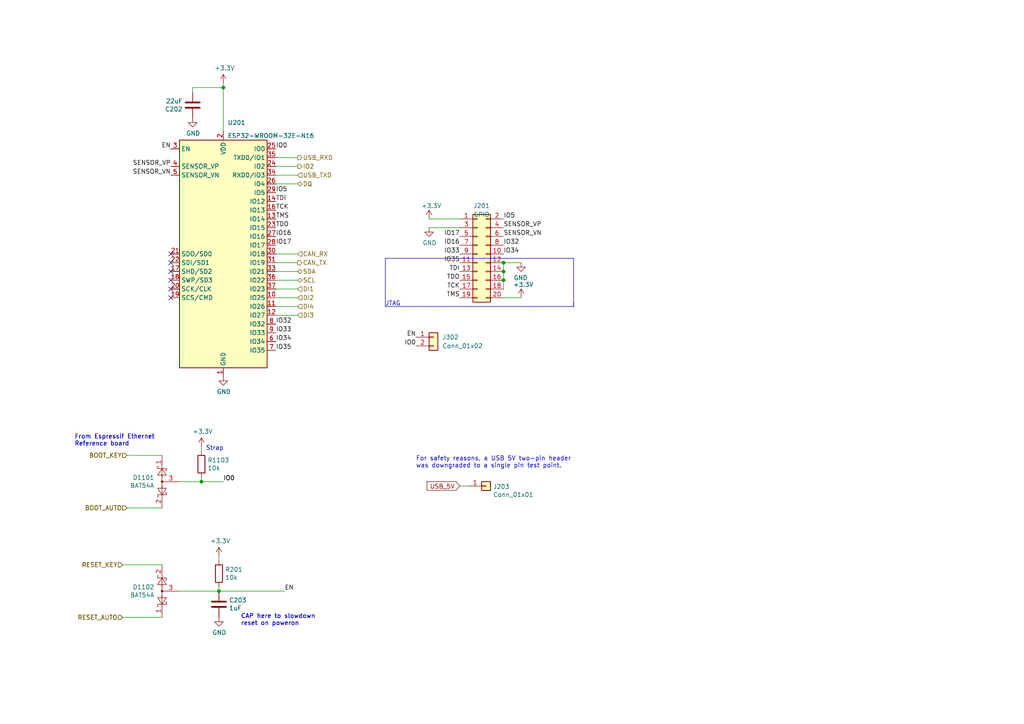
<source format=kicad_sch>
(kicad_sch (version 20250114) (generator "eeschema") (generator_version "9.0")
  (paper "A4")
  (title_block (title "Hat Labs Marine Engine & Tank interface (HALMET)") (date "2024-01-18") (rev "1.0.1") (company "Hat Labs Ltd") (comment 1 "https://creativecommons.org/licenses/by-sa/4.0") (comment 2 "To view a copy of this license, visit ") (comment 3 "HALMET is licensed under CC BY-SA 4.0."))
  (lib_symbols
    (symbol "Connector_Generic:Conn_01x01" (pin_names (offset 1.016) (hide yes))
      (property "Reference" "J" (at 0 2.54 0))
      (property "Value" "Conn_01x01" (at 0 -2.54 0))
      (symbol "Conn_01x01_1_1"
        (rectangle (start -1.27 1.27) (end 1.27 -1.27) (stroke (width 0.254)) (fill (type background)))
        (rectangle (start -1.27 0.127) (end 0 -0.127) (stroke (width 0.1524)))
        (pin passive line (at -5.08 0 0) (length 3.81) (name "Pin_1") (number "1"))
      )
    )
    (symbol "Connector_Generic:Conn_01x02" (pin_names (offset 1.016) (hide yes))
      (property "Reference" "J" (at 0 2.54 0))
      (property "Value" "Conn_01x02" (at 0 -5.08 0))
      (symbol "Conn_01x02_1_1"
        (rectangle (start -1.27 1.27) (end 1.27 -3.81) (stroke (width 0.254)) (fill (type background)))
        (rectangle (start -1.27 0.127) (end 0 -0.127) (stroke (width 0.1524)))
        (rectangle (start -1.27 -2.413) (end 0 -2.667) (stroke (width 0.1524)))
        (pin passive line (at -5.08 0 0) (length 3.81) (name "Pin_1") (number "1"))
        (pin passive line (at -5.08 -2.54 0) (length 3.81) (name "Pin_2") (number "2"))
      )
    )
    (symbol "Connector_Generic:Conn_02x10_Odd_Even" (pin_names (offset 1.016) (hide yes))
      (property "Reference" "J" (at 1.27 12.7 0))
      (property "Value" "Conn_02x10_Odd_Even" (at 1.27 -15.24 0))
      (symbol "Conn_02x10_Odd_Even_1_1"
        (rectangle (start -1.27 11.43) (end 3.81 -13.97) (stroke (width 0.254)) (fill (type background)))
        (rectangle (start -1.27 10.287) (end 0 10.033) (stroke (width 0.1524)))
        (rectangle (start -1.27 7.747) (end 0 7.493) (stroke (width 0.1524)))
        (rectangle (start -1.27 5.207) (end 0 4.953) (stroke (width 0.1524)))
        (rectangle (start -1.27 2.667) (end 0 2.413) (stroke (width 0.1524)))
        (rectangle (start -1.27 0.127) (end 0 -0.127) (stroke (width 0.1524)))
        (rectangle (start -1.27 -2.413) (end 0 -2.667) (stroke (width 0.1524)))
        (rectangle (start -1.27 -4.953) (end 0 -5.207) (stroke (width 0.1524)))
        (rectangle (start -1.27 -7.493) (end 0 -7.747) (stroke (width 0.1524)))
        (rectangle (start -1.27 -10.033) (end 0 -10.287) (stroke (width 0.1524)))
        (rectangle (start -1.27 -12.573) (end 0 -12.827) (stroke (width 0.1524)))
        (rectangle (start 3.81 10.287) (end 2.54 10.033) (stroke (width 0.1524)))
        (rectangle (start 3.81 7.747) (end 2.54 7.493) (stroke (width 0.1524)))
        (rectangle (start 3.81 5.207) (end 2.54 4.953) (stroke (width 0.1524)))
        (rectangle (start 3.81 2.667) (end 2.54 2.413) (stroke (width 0.1524)))
        (rectangle (start 3.81 0.127) (end 2.54 -0.127) (stroke (width 0.1524)))
        (rectangle (start 3.81 -2.413) (end 2.54 -2.667) (stroke (width 0.1524)))
        (rectangle (start 3.81 -4.953) (end 2.54 -5.207) (stroke (width 0.1524)))
        (rectangle (start 3.81 -7.493) (end 2.54 -7.747) (stroke (width 0.1524)))
        (rectangle (start 3.81 -10.033) (end 2.54 -10.287) (stroke (width 0.1524)))
        (rectangle (start 3.81 -12.573) (end 2.54 -12.827) (stroke (width 0.1524)))
        (pin passive line (at -5.08 10.16 0) (length 3.81) (name "Pin_1") (number "1"))
        (pin passive line (at -5.08 7.62 0) (length 3.81) (name "Pin_3") (number "3"))
        (pin passive line (at -5.08 5.08 0) (length 3.81) (name "Pin_5") (number "5"))
        (pin passive line (at -5.08 2.54 0) (length 3.81) (name "Pin_7") (number "7"))
        (pin passive line (at -5.08 0 0) (length 3.81) (name "Pin_9") (number "9"))
        (pin passive line (at -5.08 -2.54 0) (length 3.81) (name "Pin_11") (number "11"))
        (pin passive line (at -5.08 -5.08 0) (length 3.81) (name "Pin_13") (number "13"))
        (pin passive line (at -5.08 -7.62 0) (length 3.81) (name "Pin_15") (number "15"))
        (pin passive line (at -5.08 -10.16 0) (length 3.81) (name "Pin_17") (number "17"))
        (pin passive line (at -5.08 -12.7 0) (length 3.81) (name "Pin_19") (number "19"))
        (pin passive line (at 7.62 10.16 180) (length 3.81) (name "Pin_2") (number "2"))
        (pin passive line (at 7.62 7.62 180) (length 3.81) (name "Pin_4") (number "4"))
        (pin passive line (at 7.62 5.08 180) (length 3.81) (name "Pin_6") (number "6"))
        (pin passive line (at 7.62 2.54 180) (length 3.81) (name "Pin_8") (number "8"))
        (pin passive line (at 7.62 0 180) (length 3.81) (name "Pin_10") (number "10"))
        (pin passive line (at 7.62 -2.54 180) (length 3.81) (name "Pin_12") (number "12"))
        (pin passive line (at 7.62 -5.08 180) (length 3.81) (name "Pin_14") (number "14"))
        (pin passive line (at 7.62 -7.62 180) (length 3.81) (name "Pin_16") (number "16"))
        (pin passive line (at 7.62 -10.16 180) (length 3.81) (name "Pin_18") (number "18"))
        (pin passive line (at 7.62 -12.7 180) (length 3.81) (name "Pin_20") (number "20"))
      )
    )
    (symbol "Device:C" (pin_numbers (hide yes)) (pin_names (offset 0.254))
      (property "Reference" "C" (at 0.635 2.54 0))
      (property "Value" "C" (at 0.635 -2.54 0))
      (symbol "C_0_1"
        (polyline (pts (xy -2.032 0.762) (xy 2.032 0.762)) (stroke (width 0.508)))
        (polyline (pts (xy -2.032 -0.762) (xy 2.032 -0.762)) (stroke (width 0.508)))
      )
      (symbol "C_1_1"
        (pin passive line (at 0 3.81 270) (length 2.794) (name "~") (number "1"))
        (pin passive line (at 0 -3.81 90) (length 2.794) (name "~") (number "2"))
      )
    )
    (symbol "Device:R" (pin_numbers (hide yes)) (pin_names (offset 0))
      (property "Reference" "R" (at 2.032 0 90))
      (property "Value" "R" (at 0 0 90))
      (symbol "R_0_1"
        (rectangle (start -1.016 -2.54) (end 1.016 2.54) (stroke (width 0.254)))
      )
      (symbol "R_1_1"
        (pin passive line (at 0 3.81 270) (length 1.27) (name "~") (number "1"))
        (pin passive line (at 0 -3.81 90) (length 1.27) (name "~") (number "2"))
      )
    )
    (symbol "Diode:BAT54A" (pin_names (offset 1.016))
      (property "Reference" "D" (at 0.635 -3.81 0))
      (property "Value" "BAT54A" (at -6.35 3.175 0))
      (symbol "BAT54A_0_1"
        (polyline (pts (xy -4.445 1.27) (xy -4.445 1.016)))
        (polyline (pts (xy -3.81 1.27) (xy -4.445 1.27)))
        (polyline (pts (xy -3.81 0) (xy -1.27 0)))
        (polyline (pts (xy -3.81 -1.27) (xy -3.81 1.27)))
        (polyline (pts (xy -3.81 -1.27) (xy -3.175 -1.27)))
        (polyline (pts (xy -3.175 -1.27) (xy -3.175 -1.016)))
        (polyline (pts (xy -1.905 1.27) (xy -1.905 -1.27) (xy -3.81 0) (xy -1.905 1.27)))
        (polyline (pts (xy -1.905 0) (xy 1.905 0)))
        (circle (center 0 0) (radius 0.254) (fill (type outline)))
        (polyline (pts (xy 1.27 0) (xy 3.81 0)))
        (polyline (pts (xy 1.905 1.27) (xy 1.905 -1.27) (xy 3.81 0) (xy 1.905 1.27)))
        (polyline (pts (xy 3.175 -1.27) (xy 3.175 -1.016)))
        (polyline (pts (xy 3.81 1.27) (xy 4.445 1.27)))
        (polyline (pts (xy 3.81 -1.27) (xy 3.175 -1.27)))
        (polyline (pts (xy 3.81 -1.27) (xy 3.81 1.27)))
        (polyline (pts (xy 4.445 1.27) (xy 4.445 1.016)))
      )
      (symbol "BAT54A_1_1"
        (pin passive line (at -7.62 0 0) (length 3.81) (name "~") (number "1"))
        (pin passive line (at 0 -5.08 90) (length 5.08) (name "~") (number "3"))
        (pin passive line (at 7.62 0 180) (length 3.81) (name "~") (number "2"))
      )
    )
    (symbol "RF_Module:ESP32-WROOM-32"
      (property "Reference" "U" (at -12.7 34.29 0))
      (property "Value" "ESP32-WROOM-32" (at 1.27 34.29 0))
      (symbol "ESP32-WROOM-32_0_1"
        (rectangle (start -12.7 33.02) (end 12.7 -33.02) (stroke (width 0.254)) (fill (type background)))
      )
      (symbol "ESP32-WROOM-32_1_1"
        (pin input line (at -15.24 30.48 0) (length 2.54) (name "EN") (number "3"))
        (pin input line (at -15.24 25.4 0) (length 2.54) (name "SENSOR_VP") (number "4"))
        (pin input line (at -15.24 22.86 0) (length 2.54) (name "SENSOR_VN") (number "5"))
        (pin bidirectional line (at -15.24 0 0) (length 2.54) (name "SDO/SD0") (number "21"))
        (pin bidirectional line (at -15.24 -2.54 0) (length 2.54) (name "SDI/SD1") (number "22"))
        (pin bidirectional line (at -15.24 -5.08 0) (length 2.54) (name "SHD/SD2") (number "17"))
        (pin bidirectional line (at -15.24 -7.62 0) (length 2.54) (name "SWP/SD3") (number "18"))
        (pin bidirectional line (at -15.24 -10.16 0) (length 2.54) (name "SCK/CLK") (number "20"))
        (pin bidirectional line (at -15.24 -12.7 0) (length 2.54) (name "SCS/CMD") (number "19"))
        (pin no_connect line (at -12.7 -27.94 0) (length 2.54) (hide yes) (name "NC") (number "32"))
        (pin power_in line (at 0 35.56 270) (length 2.54) (name "VDD") (number "2"))
        (pin power_in line (at 0 -35.56 90) (length 2.54) (name "GND") (number "1"))
        (pin passive line (at 0 -35.56 90) (length 2.54) (hide yes) (name "GND") (number "15"))
        (pin passive line (at 0 -35.56 90) (length 2.54) (hide yes) (name "GND") (number "38"))
        (pin passive line (at 0 -35.56 90) (length 2.54) (hide yes) (name "GND") (number "39"))
        (pin bidirectional line (at 15.24 30.48 180) (length 2.54) (name "IO0") (number "25"))
        (pin bidirectional line (at 15.24 27.94 180) (length 2.54) (name "TXD0/IO1") (number "35"))
        (pin bidirectional line (at 15.24 25.4 180) (length 2.54) (name "IO2") (number "24"))
        (pin bidirectional line (at 15.24 22.86 180) (length 2.54) (name "RXD0/IO3") (number "34"))
        (pin bidirectional line (at 15.24 20.32 180) (length 2.54) (name "IO4") (number "26"))
        (pin bidirectional line (at 15.24 17.78 180) (length 2.54) (name "IO5") (number "29"))
        (pin bidirectional line (at 15.24 15.24 180) (length 2.54) (name "IO12") (number "14"))
        (pin bidirectional line (at 15.24 12.7 180) (length 2.54) (name "IO13") (number "16"))
        (pin bidirectional line (at 15.24 10.16 180) (length 2.54) (name "IO14") (number "13"))
        (pin bidirectional line (at 15.24 7.62 180) (length 2.54) (name "IO15") (number "23"))
        (pin bidirectional line (at 15.24 5.08 180) (length 2.54) (name "IO16") (number "27"))
        (pin bidirectional line (at 15.24 2.54 180) (length 2.54) (name "IO17") (number "28"))
        (pin bidirectional line (at 15.24 0 180) (length 2.54) (name "IO18") (number "30"))
        (pin bidirectional line (at 15.24 -2.54 180) (length 2.54) (name "IO19") (number "31"))
        (pin bidirectional line (at 15.24 -5.08 180) (length 2.54) (name "IO21") (number "33"))
        (pin bidirectional line (at 15.24 -7.62 180) (length 2.54) (name "IO22") (number "36"))
        (pin bidirectional line (at 15.24 -10.16 180) (length 2.54) (name "IO23") (number "37"))
        (pin bidirectional line (at 15.24 -12.7 180) (length 2.54) (name "IO25") (number "10"))
        (pin bidirectional line (at 15.24 -15.24 180) (length 2.54) (name "IO26") (number "11"))
        (pin bidirectional line (at 15.24 -17.78 180) (length 2.54) (name "IO27") (number "12"))
        (pin bidirectional line (at 15.24 -20.32 180) (length 2.54) (name "IO32") (number "8"))
        (pin bidirectional line (at 15.24 -22.86 180) (length 2.54) (name "IO33") (number "9"))
        (pin input line (at 15.24 -25.4 180) (length 2.54) (name "IO34") (number "6"))
        (pin input line (at 15.24 -27.94 180) (length 2.54) (name "IO35") (number "7"))
      )
    )
    (symbol "power:+3.3V" (power) (pin_names (offset 0))
      (property "Value" "+3.3V" (at 0 3.556 0))
      (symbol "+3.3V_0_1"
        (polyline (pts (xy -0.762 1.27) (xy 0 2.54)))
        (polyline (pts (xy 0 2.54) (xy 0.762 1.27)))
        (polyline (pts (xy 0 0) (xy 0 2.54)))
      )
      (symbol "+3.3V_1_1"
        (pin power_in line (at 0 0 90) (length 0) (hide yes) (name "+3.3V") (number "1"))
      )
    )
    (symbol "power:GND" (power) (pin_names (offset 0))
      (property "Value" "GND" (at 0 -3.81 0))
      (symbol "GND_0_1"
        (polyline (pts (xy 0 0) (xy 0 -1.27) (xy 1.27 -1.27) (xy 0 -2.54) (xy -1.27 -1.27) (xy 0 -1.27)))
      )
      (symbol "GND_1_1"
        (pin power_in line (at 0 0 270) (length 0) (hide yes) (name "GND") (number "1"))
      )
    )
  )
  (text "CAP here to slowdown \nreset on poweron" (at 69.85 181.61 0) (effects (font (size 1.27 1.27)) (justify left bottom)))
  (text "JTAG" (at 111.76 88.9 0) (effects (font (size 1.27 1.27)) (justify left bottom)))
  (text "From Espressif Ethernet \nReference board\n" (at 21.59 129.54 0) (effects (font (size 1.27 1.27)) (justify left bottom)))
  (text "Strap" (at 59.69 130.81 0) (effects (font (size 1.27 1.27)) (justify left bottom)))
  (text "CAP here to slowdown \nreset on poweron" (at 69.85 181.61 0) (effects (font (size 1.27 1.27)) (justify left bottom)))
  (text "For safety reasons, a USB 5V two-pin header\nwas downgraded to a single pin test point." (at 120.65 135.89 0) (effects (font (size 1.27 1.27)) (justify left bottom)))
  (text "From Espressif Ethernet \nReference board\n" (at 21.59 129.54 0) (effects (font (size 1.27 1.27)) (justify left bottom)))
  (junction (at 146.05 76.2))
  (junction (at 58.42 139.7))
  (junction (at 64.77 25.4))
  (junction (at 146.05 81.28))
  (junction (at 146.05 78.74))
  (junction (at 63.5 171.45))
  (no_connect (at 49.53 83.82))
  (no_connect (at 49.53 73.66))
  (no_connect (at 49.53 86.36))
  (no_connect (at 49.53 81.28))
  (no_connect (at 49.53 76.2))
  (no_connect (at 49.53 78.74))
  (wire (pts (xy 63.5 170.18) (xy 63.5 171.45)))
  (wire (pts (xy 35.56 179.07) (xy 46.99 179.07)))
  (wire (pts (xy 63.5 162.56) (xy 63.5 161.29)))
  (wire (pts (xy 151.13 86.36) (xy 146.05 86.36)))
  (wire (pts (xy 36.83 132.08) (xy 46.99 132.08)))
  (wire (pts (xy 64.77 24.13) (xy 64.77 25.4)))
  (wire (pts (xy 146.05 76.2) (xy 151.13 76.2)))
  (wire (pts (xy 55.88 25.4) (xy 55.88 26.67)))
  (polyline (pts (xy 111.76 88.9) (xy 125.73 88.9)))
  (wire (pts (xy 64.77 25.4) (xy 55.88 25.4)))
  (wire (pts (xy 86.36 45.72) (xy 80.01 45.72)))
  (polyline (pts (xy 111.76 85.09) (xy 111.76 88.9)))
  (wire (pts (xy 36.83 147.32) (xy 46.99 147.32)))
  (polyline (pts (xy 111.76 85.09) (xy 111.76 74.93)))
  (polyline (pts (xy 125.73 74.93) (xy 153.67 74.93)))
  (wire (pts (xy 86.36 81.28) (xy 80.01 81.28)))
  (wire (pts (xy 58.42 139.7) (xy 64.77 139.7)))
  (wire (pts (xy 52.07 171.45) (xy 63.5 171.45)))
  (wire (pts (xy 86.36 73.66) (xy 80.01 73.66)))
  (wire (pts (xy 146.05 76.2) (xy 146.05 78.74)))
  (polyline (pts (xy 111.76 74.93) (xy 125.73 74.93)))
  (wire (pts (xy 146.05 81.28) (xy 146.05 83.82)))
  (wire (pts (xy 146.05 78.74) (xy 146.05 81.28)))
  (wire (pts (xy 58.42 130.81) (xy 58.42 129.54)))
  (wire (pts (xy 52.07 139.7) (xy 58.42 139.7)))
  (wire (pts (xy 86.36 53.34) (xy 80.01 53.34)))
  (polyline (pts (xy 166.37 85.09) (xy 166.37 88.9)))
  (wire (pts (xy 86.36 83.82) (xy 80.01 83.82)))
  (polyline (pts (xy 166.37 88.9) (xy 166.37 87.63)))
  (wire (pts (xy 133.35 63.5) (xy 124.46 63.5)))
  (wire (pts (xy 86.36 76.2) (xy 80.01 76.2)))
  (wire (pts (xy 86.36 91.44) (xy 80.01 91.44)))
  (wire (pts (xy 58.42 138.43) (xy 58.42 139.7)))
  (polyline (pts (xy 153.67 88.9) (xy 125.73 88.9)))
  (polyline (pts (xy 153.67 88.9) (xy 166.37 88.9)))
  (wire (pts (xy 64.77 25.4) (xy 64.77 38.1)))
  (polyline (pts (xy 166.37 85.09) (xy 166.37 74.93)))
  (wire (pts (xy 124.46 66.04) (xy 133.35 66.04)))
  (wire (pts (xy 80.01 48.26) (xy 86.36 48.26)))
  (wire (pts (xy 86.36 50.8) (xy 80.01 50.8)))
  (wire (pts (xy 35.56 163.83) (xy 46.99 163.83)))
  (wire (pts (xy 63.5 171.45) (xy 82.55 171.45)))
  (wire (pts (xy 133.35 140.97) (xy 135.89 140.97)))
  (wire (pts (xy 86.36 78.74) (xy 80.01 78.74)))
  (wire (pts (xy 86.36 86.36) (xy 80.01 86.36)))
  (polyline (pts (xy 153.67 74.93) (xy 166.37 74.93)))
  (wire (pts (xy 86.36 88.9) (xy 80.01 88.9)))
  (label "TDI" (at 133.35 78.74 180))
  (label "IO32" (at 80.01 93.98 0))
  (label "IO17" (at 80.01 71.12 0))
  (label "IO16" (at 133.35 71.12 180))
  (label "EN" (at 82.55 171.45 0))
  (label "IO33" (at 80.01 96.52 0))
  (label "TCK" (at 133.35 83.82 180))
  (label "IO0" (at 120.65 100.33 180))
  (label "TMS" (at 133.35 86.36 180))
  (label "SENSOR_VN" (at 49.53 50.8 180))
  (label "IO33" (at 133.35 73.66 180))
  (label "IO35" (at 80.01 101.6 0))
  (label "TDO" (at 80.01 66.04 0))
  (label "TDI" (at 80.01 58.42 0))
  (label "IO5" (at 146.05 63.5 0))
  (label "IO16" (at 80.01 68.58 0))
  (label "TMS" (at 80.01 63.5 0))
  (label "IO0" (at 64.77 139.7 0))
  (label "TDO" (at 133.35 81.28 180))
  (label "EN" (at 120.65 97.79 180))
  (label "EN" (at 49.53 43.18 180))
  (label "IO34" (at 146.05 73.66 0))
  (label "IO32" (at 146.05 71.12 0))
  (label "TCK" (at 80.01 60.96 0))
  (label "IO0" (at 64.77 139.7 0))
  (label "SENSOR_VP" (at 146.05 66.04 0))
  (label "IO35" (at 133.35 76.2 180))
  (label "IO5" (at 80.01 55.88 0))
  (label "SENSOR_VP" (at 49.53 48.26 180))
  (label "SENSOR_VN" (at 146.05 68.58 0))
  (label "IO17" (at 133.35 68.58 180))
  (label "IO0" (at 80.01 43.18 0))
  (label "IO34" (at 80.01 99.06 0))
  (global_label "USB_5V" (shape input) (at 133.35 140.97 180) (property "Intersheetrefs" "${INTERSHEET_REFS}" (effects (hide yes))))
  (hierarchical_label "DI3" (shape input) (at 86.36 91.44 0))
  (hierarchical_label "BOOT_KEY" (shape input) (at 36.83 132.08 180))
  (hierarchical_label "BOOT_AUTO" (shape input) (at 36.83 147.32 180))
  (hierarchical_label "DI2" (shape input) (at 86.36 86.36 0))
  (hierarchical_label "BOOT_AUTO" (shape input) (at 36.83 147.32 180))
  (hierarchical_label "RESET_AUTO" (shape input) (at 35.56 179.07 180))
  (hierarchical_label "CAN_TX" (shape output) (at 86.36 76.2 0))
  (hierarchical_label "USB_RXD" (shape output) (at 86.36 45.72 0))
  (hierarchical_label "DI4" (shape input) (at 86.36 88.9 0))
  (hierarchical_label "DI1" (shape input) (at 86.36 83.82 0))
  (hierarchical_label "USB_TXD" (shape input) (at 86.36 50.8 0))
  (hierarchical_label "BOOT_KEY" (shape input) (at 36.83 132.08 180))
  (hierarchical_label "SCL" (shape bidirectional) (at 86.36 81.28 0))
  (hierarchical_label "RESET_AUTO" (shape input) (at 35.56 179.07 180))
  (hierarchical_label "IO2" (shape output) (at 86.36 48.26 0))
  (hierarchical_label "DQ" (shape bidirectional) (at 86.36 53.34 0))
  (hierarchical_label "SDA" (shape bidirectional) (at 86.36 78.74 0))
  (hierarchical_label "RESET_KEY" (shape input) (at 35.56 163.83 180))
  (hierarchical_label "RESET_KEY" (shape input) (at 35.56 163.83 180))
  (hierarchical_label "CAN_RX" (shape input) (at 86.36 73.66 0))
  (symbol (lib_id "Device:C") (at 63.5 175.26 0) (unit 1)
    (property "Reference" "C203" (at 66.421 174.0916 0) (effects (justify left)))
    (property "Value" "1uF" (at 66.421 176.403 0) (effects (justify left)))
    (property "Footprint" "Capacitor_SMD:C_0402_1005Metric" (effects (hide yes)))
    (property "LCSC" "C52923" (effects (hide yes)))
  )
  (symbol (lib_id "power:GND") (at 63.5 179.07 0) (unit 1)
    (property "Reference" "#PWR0101" (effects (hide yes)))
    (property "Value" "GND" (at 63.627 183.4642 0))
  )
  (symbol (lib_id "Connector_Generic:Conn_01x01") (at 140.97 140.97 0) (unit 1) (in_bom no)
    (property "Reference" "J203" (at 143.002 141.1732 0) (effects (justify left)))
    (property "Value" "Conn_01x01" (at 143.002 143.4846 0) (effects (justify left)))
    (property "Footprint" "TestPoint:TestPoint_Pad_D2.0mm" (effects (hide yes)))
  )
  (symbol (lib_id "Connector_Generic:Conn_02x10_Odd_Even") (at 138.43 73.66 0) (unit 1)
    (property "Reference" "J201" (at 139.7 59.69 0))
    (property "Value" "GPIO" (at 139.7 62.23 0))
    (property "Footprint" "Connector_PinHeader_2.54mm:PinHeader_2x10_P2.54mm_Vertical" (effects (hide yes)))
    (property "JLCPCB_CORRECTION" "1.27;24.13;90" (effects (hide yes)))
  )
  (symbol (lib_id "RF_Module:ESP32-WROOM-32") (at 64.77 73.66 0) (unit 1)
    (property "Reference" "U201" (at 66.04 35.56 0) (effects (justify left)))
    (property "Value" "ESP32-WROOM-32E-N16" (at 66.04 39.37 0) (effects (justify left)))
    (property "Footprint" "RF_Module:ESP32-WROOM-32" (effects (hide yes)))
    (property "Datasheet" "https://www.espressif.com/sites/default/files/documentation/esp32-wroom-32_datasheet_en.pdf" (effects (hide yes)))
    (property "LCSC" "C701343" (effects (hide yes)))
    (property "JLCPCB_CORRECTION" "0;0.75;270" (effects (hide yes)))
  )
  (symbol (lib_id "power:+3.3V") (at 64.77 24.13 0) (unit 1)
    (property "Reference" "#PWR0204" (effects (hide yes)))
    (property "Value" "+3.3V" (at 65.151 19.7358 0))
  )
  (symbol (lib_id "power:GND") (at 64.77 109.22 0) (unit 1)
    (property "Reference" "#PWR0205" (effects (hide yes)))
    (property "Value" "GND" (at 64.897 113.6142 0))
  )
  (symbol (lib_id "Device:C") (at 55.88 30.48 180) (unit 1)
    (property "Reference" "C202" (at 52.959 31.6484 0) (effects (justify left)))
    (property "Value" "22uF" (at 52.959 29.337 0) (effects (justify left)))
    (property "Footprint" "Capacitor_SMD:C_0603_1608Metric" (effects (hide yes)))
    (property "Notes" "Min 6.3V" (effects (hide yes)))
    (property "LCSC" "C59461" (effects (hide yes)))
  )
  (symbol (lib_id "power:GND") (at 55.88 34.29 0) (unit 1)
    (property "Reference" "#PWR0203" (effects (hide yes)))
    (property "Value" "GND" (at 56.007 38.6842 0))
  )
  (symbol (lib_id "Device:R") (at 63.5 166.37 0) (unit 1)
    (property "Reference" "R201" (at 65.278 165.2016 0) (effects (justify left)))
    (property "Value" "10k" (at 65.278 167.513 0) (effects (justify left)))
    (property "Footprint" "Resistor_SMD:R_0402_1005Metric" (effects (hide yes)))
    (property "LCSC" "C25744" (effects (hide yes)))
  )
  (symbol (lib_id "power:+3.3V") (at 63.5 161.29 0) (unit 1)
    (property "Reference" "#PWR0201" (effects (hide yes)))
    (property "Value" "+3.3V" (at 63.881 156.8958 0))
  )
  (symbol (lib_id "power:GND") (at 151.13 76.2 0) (mirror y) (unit 1)
    (property "Reference" "#PWR0104" (effects (hide yes)))
    (property "Value" "GND" (at 151.003 80.5942 0))
  )
  (symbol (lib_id "power:+3.3V") (at 151.13 86.36 0) (mirror y) (unit 1)
    (property "Reference" "#PWR0112" (effects (hide yes)))
    (property "Value" "+3.3V" (at 151.765 82.55 0))
  )
  (symbol (lib_id "power:+3.3V") (at 124.46 63.5 0) (unit 1)
    (property "Reference" "#PWR0113" (effects (hide yes)))
    (property "Value" "+3.3V" (at 125.095 59.69 0))
  )
  (symbol (lib_id "power:GND") (at 124.46 66.04 0) (unit 1)
    (property "Reference" "#PWR0114" (effects (hide yes)))
    (property "Value" "GND" (at 124.587 70.4342 0))
  )
  (symbol (lib_id "Diode:BAT54A") (at 46.99 139.7 90) (mirror x) (unit 1)
    (property "Reference" "D1101" (at 44.7802 138.5316 90) (effects (justify left)))
    (property "Value" "BAT54A" (at 44.7802 140.843 90) (effects (justify left)))
    (property "Footprint" "Package_TO_SOT_SMD:SOT-323_SC-70" (effects (hide yes)))
    (property "LCSC" "C78261" (effects (hide yes)))
    (property "JLCPCB_CORRECTION" "0;0;180" (effects (hide yes)))
  )
  (symbol (lib_id "Diode:BAT54A") (at 46.99 171.45 90) (unit 1)
    (property "Reference" "D1102" (at 44.7802 170.2816 90) (effects (justify left)))
    (property "Value" "BAT54A" (at 44.7802 172.593 90) (effects (justify left)))
    (property "Footprint" "Package_TO_SOT_SMD:SOT-323_SC-70" (effects (hide yes)))
    (property "LCSC" "C78261" (effects (hide yes)))
    (property "JLCPCB_CORRECTION" "0;0;180" (effects (hide yes)))
  )
  (symbol (lib_id "Device:R") (at 58.42 134.62 0) (unit 1)
    (property "Reference" "R1103" (at 60.198 133.4516 0) (effects (justify left)))
    (property "Value" "10k" (at 60.198 135.763 0) (effects (justify left)))
    (property "Footprint" "Resistor_SMD:R_0402_1005Metric" (effects (hide yes)))
    (property "LCSC" "C25744" (effects (hide yes)))
  )
  (symbol (lib_id "power:+3.3V") (at 58.42 129.54 0) (unit 1)
    (property "Reference" "#PWR0117" (effects (hide yes)))
    (property "Value" "+3.3V" (at 58.801 125.1458 0))
  )
  (symbol (lib_id "Connector_Generic:Conn_01x02") (at 125.73 97.79 0) (unit 1)
    (property "Reference" "J302" (at 128.27 97.79 0) (effects (justify left)))
    (property "Value" "Conn_01x02" (at 128.27 100.33 0) (effects (justify left)))
    (property "Footprint" "Connector_PinHeader_2.54mm:PinHeader_1x02_P2.54mm_Vertical" (effects (hide yes)))
  )
)
</source>
